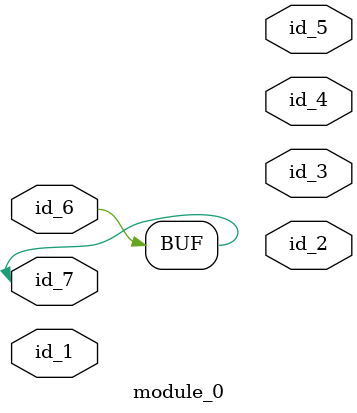
<source format=v>
module module_0 (
    id_1,
    id_2,
    id_3,
    id_4,
    id_5,
    id_6,
    id_7
);
  inout id_7;
  inout id_6;
  output id_5;
  output id_4;
  output id_3;
  output id_2;
  inout id_1;
  assign id_6 = id_7;
endmodule

</source>
